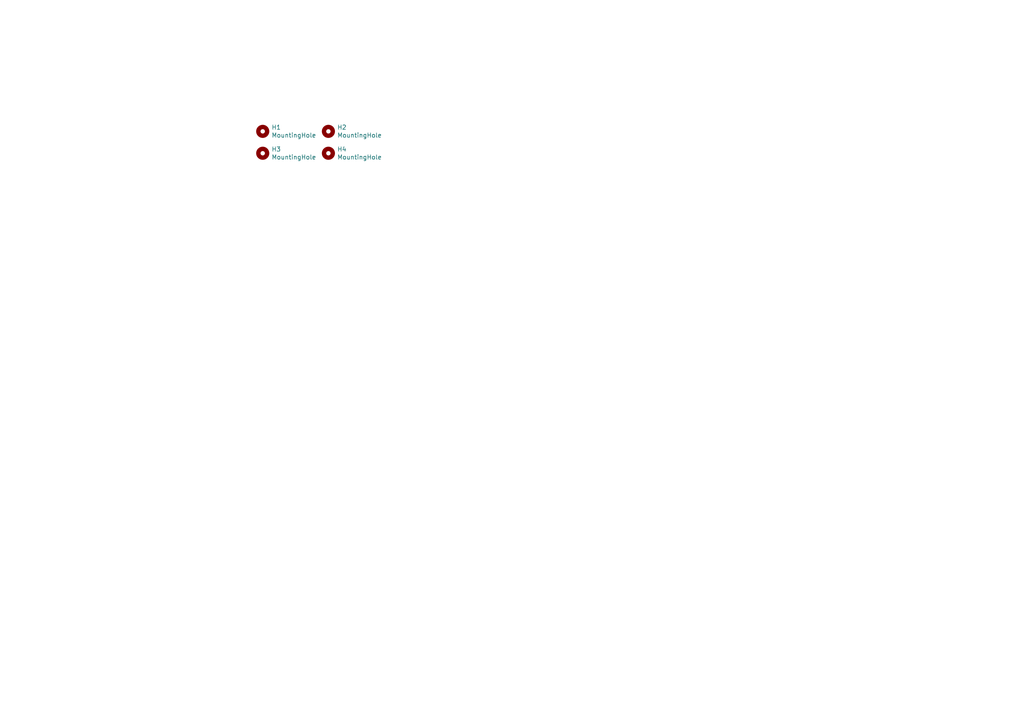
<source format=kicad_sch>
(kicad_sch (version 20210621) (generator eeschema)
  (paper "A4")
  (lib_symbols
    (symbol "Mechanical:MountingHole" (pin_names (offset 1.016))
      (property "Reference" "H" (at 0 5.08 0))
      (property "Value" "MountingHole" (at 0 3.175 0))
      (symbol "MountingHole_0_1"
        (circle (center 0 0) (radius 1.27) (stroke (width 1.27)))
      )
    )
  )
  (symbol (lib_id "Mechanical:MountingHole") (at 76.2 38.1 0) (unit 1)
    (property "Reference" "H1" (at 78.74 36.9316 0) (effects (justify left)))
    (property "Value" "MountingHole" (at 78.74 39.243 0) (effects (justify left)))
    (property "Footprint" "MountingHole:MountingHole_2.2mm_M2" (effects hide))
  )
  (symbol (lib_id "Mechanical:MountingHole") (at 95.25 38.1 0) (unit 1)
    (property "Reference" "H2" (at 97.79 36.9316 0) (effects (justify left)))
    (property "Value" "MountingHole" (at 97.79 39.243 0) (effects (justify left)))
    (property "Footprint" "MountingHole:MountingHole_2.2mm_M2" (effects hide))
  )
  (symbol (lib_id "Mechanical:MountingHole") (at 95.25 44.45 0) (unit 1)
    (property "Reference" "H4" (at 97.79 43.2816 0) (effects (justify left)))
    (property "Value" "MountingHole" (at 97.79 45.593 0) (effects (justify left)))
    (property "Footprint" "MountingHole:MountingHole_2.2mm_M2" (effects hide))
  )
  (symbol (lib_id "Mechanical:MountingHole") (at 76.2 44.45 0) (unit 1)
    (property "Reference" "H3" (at 78.74 43.2816 0) (effects (justify left)))
    (property "Value" "MountingHole" (at 78.74 45.593 0) (effects (justify left)))
    (property "Footprint" "MountingHole:MountingHole_2.2mm_M2" (effects hide))
  )
)
</source>
